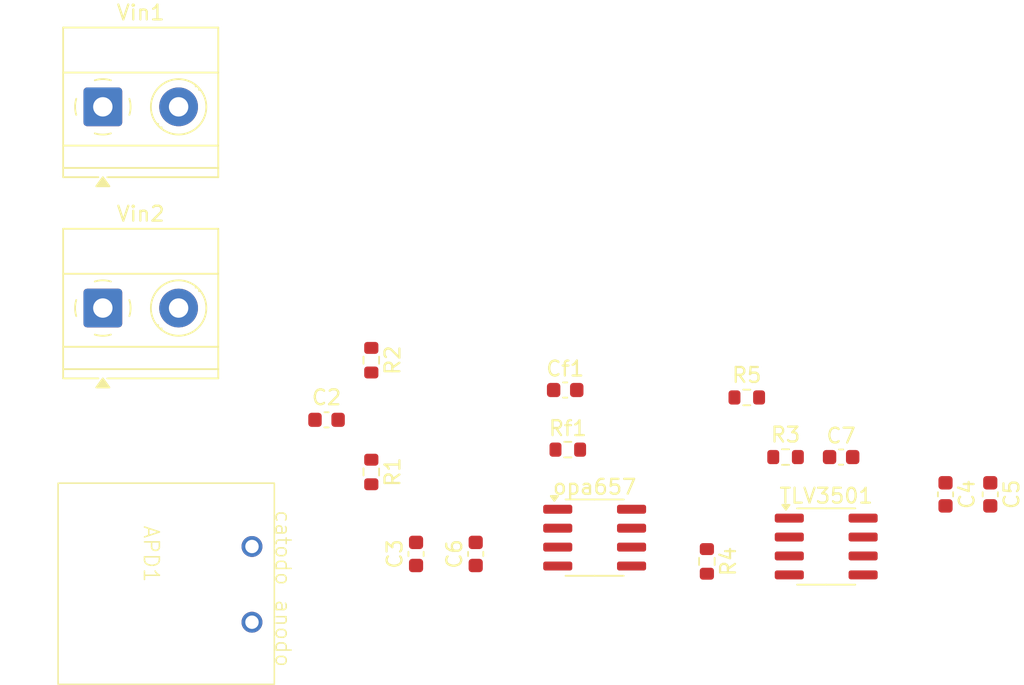
<source format=kicad_pcb>
(kicad_pcb (version 20241229) (generator "pcbnew") (generator_version "9.0")
  (layers (0 "F.Cu" signal) (2 "B.Cu" signal) (13 "F.Paste" user) (15 "B.Paste" user) (5 "F.SilkS" user "F.Silkscreen") (7 "B.SilkS" user "B.Silkscreen") (1 "F.Mask" user) (3 "B.Mask" user) (25 "Edge.Cuts" user))
  (net 0 "")
  (net 1 "GND")
  (net 2 "Net-(C2-Pad2)")
  (net 3 "+5V")
  (net 4 "Net-(C7-Pad1)")
  (net 5 "Vout")
  (net 8 "+400V")
  (net 9 "Net-(TLV3501--)")
  (net 10 "shutdown")
  (net 14 "Net-(TLV3501-+)")
  (net 15 "Net-(APD1-K)")
  (footprint "libreria_1:Terminal_2pines_5.08mm" (layer "F.Cu") (at 107.5 59)
    (property "Reference" "Vin2" (at 2.54 -6.32 0) (layer "F.SilkS"))
    (property "Value" "~")
    (fp_line (start -2.66 -5.32) (end -2.66 4.72) (stroke (width 0.12)) (layer "F.SilkS"))
    (fp_line (start -2.66 -5.32) (end 7.74 -5.32) (stroke (width 0.12)) (layer "F.SilkS"))
    (fp_line (start -2.66 -2.3) (end 7.74 -2.3) (stroke (width 0.12)) (layer "F.SilkS"))
    (fp_line (start -2.66 2.6) (end 7.74 2.6) (stroke (width 0.12)) (layer "F.SilkS"))
    (fp_line (start -2.66 4.1) (end 7.74 4.1) (stroke (width 0.12)) (layer "F.SilkS"))
    (fp_line (start -2.66 4.72) (end -0.3 4.72) (stroke (width 0.12)) (layer "F.SilkS"))
    (fp_line (start 0.3 4.72) (end 7.74 4.72) (stroke (width 0.12)) (layer "F.SilkS"))
    (fp_line (start 3.713 1.14) (end 3.669 1.183) (stroke (width 0.12)) (layer "F.SilkS"))
    (fp_line (start 3.94 1.367) (end 3.896 1.41) (stroke (width 0.12)) (layer "F.SilkS"))
    (fp_line (start 6.264 -1.411) (end 6.22 -1.367) (stroke (width 0.12)) (layer "F.SilkS"))
    (fp_line (start 6.491 -1.184) (end 6.447 -1.14) (stroke (width 0.12)) (layer "F.SilkS"))
    (fp_line (start 7.74 -5.32) (end 7.74 4.72) (stroke (width 0.12)) (layer "F.SilkS"))
    (fp_arc (start -1.78 0.54) (mid -1.860107 0.000355) (end -1.780206 -0.539321) (stroke (width 0.12)) (layer "F.SilkS"))
    (fp_arc (start -0.54 -1.78) (mid -0.000355 -1.860107) (end 0.539321 -1.780206) (stroke (width 0.12)) (layer "F.SilkS"))
    (fp_arc (start 0.54 1.78) (mid 0.000355 1.860107) (end -0.539321 1.780206) (stroke (width 0.12)) (layer "F.SilkS"))
    (fp_arc (start 1.78 -0.54) (mid 1.860107 -0.000355) (end 1.780206 0.539321) (stroke (width 0.12)) (layer "F.SilkS"))
    (fp_circle (center 5.08 0) (end 6.94 0) (stroke (width 0.12)) (fill no) (layer "F.SilkS"))
    (fp_poly (pts (xy 0 4.72) (xy 0.44 5.33) (xy -0.44 5.33) (xy 0 4.72)) (stroke (width 0.12)) (fill yes) (layer "F.SilkS"))
    (pad "1" thru_hole roundrect (at 0 0) (size 2.6 2.6) (drill 1.3) (layers "*.Cu" "*.Mask") (roundrect_rratio 0.096154) (net 1 "GND"))
    (pad "2" thru_hole circle (at 5.08 0) (size 2.6 2.6) (drill 1.3) (layers "*.Cu" "*.Mask") (net 8 "+400V"))
  )
  (footprint "Capacitor_SMD:C_0603_1608Metric" (layer "F.Cu") (at 167 71.5 -90)
    (property "Reference" "C5" (at 0 -1.43 90) (layer "F.SilkS"))
    (property "Value" "100nF")
    (fp_line (start -0.14058 0.51) (end 0.14058 0.51) (stroke (width 0.12)) (layer "F.SilkS"))
    (fp_line (start -0.14058 -0.51) (end 0.14058 -0.51) (stroke (width 0.12)) (layer "F.SilkS"))
    (pad "1" smd roundrect (at -0.775 0 270) (size 0.9 0.95) (layers "F.Cu" "F.Mask" "F.Paste") (net 3 "+5V"))
    (pad "2" smd roundrect (at 0.775 0 270) (size 0.9 0.95) (layers "F.Cu" "F.Mask" "F.Paste") (net 1 "GND"))
  )
  (footprint "Capacitor_SMD:C_0603_1608Metric" (layer "F.Cu") (at 128.5 75.5 90)
    (property "Reference" "C3" (at 0 -1.43 90) (layer "F.SilkS"))
    (property "Value" "10 nF")
    (fp_line (start -0.14058 -0.51) (end 0.14058 -0.51) (stroke (width 0.12)) (layer "F.SilkS"))
    (fp_line (start -0.14058 0.51) (end 0.14058 0.51) (stroke (width 0.12)) (layer "F.SilkS"))
    (pad "1" smd roundrect (at -0.775 0 90) (size 0.9 0.95) (layers "F.Cu" "F.Mask" "F.Paste") (net 1 "GND"))
    (pad "2" smd roundrect (at 0.775 0 90) (size 0.9 0.95) (layers "F.Cu" "F.Mask" "F.Paste") (net 15 "Net-(APD1-K)"))
  )
  (footprint "Capacitor_SMD:C_0603_1608Metric" (layer "F.Cu") (at 157 69)
    (property "Reference" "C7" (at 0 -1.43 0) (layer "F.SilkS"))
    (property "Value" "100nF")
    (fp_line (start -0.14058 -0.51) (end 0.14058 -0.51) (stroke (width 0.12)) (layer "F.SilkS"))
    (fp_line (start -0.14058 0.51) (end 0.14058 0.51) (stroke (width 0.12)) (layer "F.SilkS"))
    (pad "1" smd roundrect (at -0.775 0) (size 0.9 0.95) (layers "F.Cu" "F.Mask" "F.Paste") (net 4 "Net-(C7-Pad1)"))
    (pad "2" smd roundrect (at 0.775 0) (size 0.9 0.95) (layers "F.Cu" "F.Mask" "F.Paste") (net 1 "GND"))
  )
  (footprint "Resistor_SMD:R_0603_1608Metric" (layer "F.Cu") (at 148 76 -90)
    (property "Reference" "R4" (at 0 -1.43 90) (layer "F.SilkS"))
    (property "Value" "50 Ω")
    (fp_line (start -0.237258 0.5225) (end 0.237258 0.5225) (stroke (width 0.12)) (layer "F.SilkS"))
    (fp_line (start -0.237258 -0.5225) (end 0.237258 -0.5225) (stroke (width 0.12)) (layer "F.SilkS"))
    (pad "1" smd roundrect (at -0.825 0 270) (size 0.8 0.95) (layers "F.Cu" "F.Mask" "F.Paste") (net 14 "Net-(TLV3501-+)"))
    (pad "2" smd roundrect (at 0.825 0 270) (size 0.8 0.95) (layers "F.Cu" "F.Mask" "F.Paste") (net 1 "GND"))
  )
  (footprint "Resistor_SMD:R_0603_1608Metric" (layer "F.Cu") (at 138.675 68.5)
    (property "Reference" "Rf1" (at 0 -1.43 0) (layer "F.SilkS"))
    (property "Value" "200 kΩ")
    (fp_line (start -0.237258 -0.5225) (end 0.237258 -0.5225) (stroke (width 0.12)) (layer "F.SilkS"))
    (fp_line (start -0.237258 0.5225) (end 0.237258 0.5225) (stroke (width 0.12)) (layer "F.SilkS"))
    (pad "1" smd roundrect (at -0.825 0) (size 0.8 0.95) (layers "F.Cu" "F.Mask" "F.Paste") (net 15 "Net-(APD1-K)"))
    (pad "2" smd roundrect (at 0.825 0) (size 0.8 0.95) (layers "F.Cu" "F.Mask" "F.Paste") (net 14 "Net-(TLV3501-+)"))
  )
  (footprint "libreria_1:SOIC-8_3.9x4.9mm_P1.27mm" (layer "F.Cu") (at 156 75)
    (property "Reference" "TLV3501" (at 0 -3.4 0) (layer "F.SilkS"))
    (property "Value" "~")
    (fp_line (start 0 -2.56) (end -1.95 -2.56) (stroke (width 0.12)) (layer "F.SilkS"))
    (fp_line (start 0 -2.56) (end 1.95 -2.56) (stroke (width 0.12)) (layer "F.SilkS"))
    (fp_line (start 0 2.56) (end -1.95 2.56) (stroke (width 0.12)) (layer "F.SilkS"))
    (fp_line (start 0 2.56) (end 1.95 2.56) (stroke (width 0.12)) (layer "F.SilkS"))
    (fp_poly (pts (xy -2.7 -2.465) (xy -2.94 -2.795) (xy -2.46 -2.795) (xy -2.7 -2.465)) (stroke (width 0.12)) (fill yes) (layer "F.SilkS"))
    (pad "1" smd roundrect (at -2.475 -1.905) (size 1.95 0.6) (layers "F.Cu" "F.Mask" "F.Paste"))
    (pad "2" smd roundrect (at -2.475 -0.635) (size 1.95 0.6) (layers "F.Cu" "F.Mask" "F.Paste") (net 9 "Net-(TLV3501--)"))
    (pad "3" smd roundrect (at -2.475 0.635) (size 1.95 0.6) (layers "F.Cu" "F.Mask" "F.Paste") (net 14 "Net-(TLV3501-+)"))
    (pad "4" smd roundrect (at -2.475 1.905) (size 1.95 0.6) (layers "F.Cu" "F.Mask" "F.Paste") (net 1 "GND"))
    (pad "5" smd roundrect (at 2.475 1.905) (size 1.95 0.6) (layers "F.Cu" "F.Mask" "F.Paste"))
    (pad "6" smd roundrect (at 2.475 0.635) (size 1.95 0.6) (layers "F.Cu" "F.Mask" "F.Paste") (net 5 "Vout"))
    (pad "7" smd roundrect (at 2.475 -0.635) (size 1.95 0.6) (layers "F.Cu" "F.Mask" "F.Paste") (net 3 "+5V"))
    (pad "8" smd roundrect (at 2.475 -1.905) (size 1.95 0.6) (layers "F.Cu" "F.Mask" "F.Paste") (net 10 "shutdown"))
  )
  (footprint "Capacitor_SMD:C_0603_1608Metric" (layer "F.Cu") (at 164 71.5 -90)
    (property "Reference" "C4" (at 0 -1.43 90) (layer "F.SilkS"))
    (property "Value" "2.2muF")
    (fp_line (start -0.14058 0.51) (end 0.14058 0.51) (stroke (width 0.12)) (layer "F.SilkS"))
    (fp_line (start -0.14058 -0.51) (end 0.14058 -0.51) (stroke (width 0.12)) (layer "F.SilkS"))
    (pad "1" smd roundrect (at -0.775 0 270) (size 0.9 0.95) (layers "F.Cu" "F.Mask" "F.Paste") (net 3 "+5V"))
    (pad "2" smd roundrect (at 0.775 0 270) (size 0.9 0.95) (layers "F.Cu" "F.Mask" "F.Paste") (net 1 "GND"))
  )
  (footprint "Capacitor_SMD:C_0603_1608Metric" (layer "F.Cu") (at 132.5 75.5 90)
    (property "Reference" "C6" (at 0 -1.43 90) (layer "F.SilkS"))
    (property "Value" "100 nF")
    (fp_line (start -0.14058 -0.51) (end 0.14058 -0.51) (stroke (width 0.12)) (layer "F.SilkS"))
    (fp_line (start -0.14058 0.51) (end 0.14058 0.51) (stroke (width 0.12)) (layer "F.SilkS"))
    (pad "1" smd roundrect (at -0.775 0 90) (size 0.9 0.95) (layers "F.Cu" "F.Mask" "F.Paste") (net 1 "GND"))
    (pad "2" smd roundrect (at 0.775 0 90) (size 0.9 0.95) (layers "F.Cu" "F.Mask" "F.Paste") (net 15 "Net-(APD1-K)"))
  )
  (footprint "Capacitor_SMD:C_0603_1608Metric" (layer "F.Cu") (at 138.5 64.5)
    (property "Reference" "Cf1" (at 0 -1.43 0) (layer "F.SilkS"))
    (property "Value" "0.55 pF")
    (fp_line (start -0.14058 -0.51) (end 0.14058 -0.51) (stroke (width 0.12)) (layer "F.SilkS"))
    (fp_line (start -0.14058 0.51) (end 0.14058 0.51) (stroke (width 0.12)) (layer "F.SilkS"))
    (pad "1" smd roundrect (at -0.775 0) (size 0.9 0.95) (layers "F.Cu" "F.Mask" "F.Paste") (net 15 "Net-(APD1-K)"))
    (pad "2" smd roundrect (at 0.775 0) (size 0.9 0.95) (layers "F.Cu" "F.Mask" "F.Paste") (net 14 "Net-(TLV3501-+)"))
  )
  (footprint "libreria_1:opa657" (layer "F.Cu") (at 140.475 74.405)
    (property "Reference" "opa657" (at 0 -3.4 0) (layer "F.SilkS"))
    (property "Value" "~")
    (fp_line (start 0 -2.56) (end -1.95 -2.56) (stroke (width 0.12)) (layer "F.SilkS"))
    (fp_line (start 0 -2.56) (end 1.95 -2.56) (stroke (width 0.12)) (layer "F.SilkS"))
    (fp_line (start 0 2.56) (end -1.95 2.56) (stroke (width 0.12)) (layer "F.SilkS"))
    (fp_line (start 0 2.56) (end 1.95 2.56) (stroke (width 0.12)) (layer "F.SilkS"))
    (fp_poly (pts (xy -2.7 -2.465) (xy -2.94 -2.795) (xy -2.46 -2.795) (xy -2.7 -2.465)) (stroke (width 0.12)) (fill yes) (layer "F.SilkS"))
    (pad "1" smd roundrect (at -2.475 -1.905) (size 1.95 0.6) (layers "F.Cu" "F.Mask" "F.Paste"))
    (pad "2" smd roundrect (at -2.475 -0.635) (size 1.95 0.6) (layers "F.Cu" "F.Mask" "F.Paste") (net 15 "Net-(APD1-K)"))
    (pad "3" smd roundrect (at -2.475 0.635) (size 1.95 0.6) (layers "F.Cu" "F.Mask" "F.Paste") (net 1 "GND"))
    (pad "4" smd roundrect (at -2.475 1.905) (size 1.95 0.6) (layers "F.Cu" "F.Mask" "F.Paste") (net 1 "GND"))
    (pad "5" smd roundrect (at 2.475 1.905) (size 1.95 0.6) (layers "F.Cu" "F.Mask" "F.Paste"))
    (pad "6" smd roundrect (at 2.475 0.635) (size 1.95 0.6) (layers "F.Cu" "F.Mask" "F.Paste") (net 14 "Net-(TLV3501-+)"))
    (pad "7" smd roundrect (at 2.475 -0.635) (size 1.95 0.6) (layers "F.Cu" "F.Mask" "F.Paste") (net 3 "+5V"))
    (pad "8" smd roundrect (at 2.475 -1.905) (size 1.95 0.6) (layers "F.Cu" "F.Mask" "F.Paste"))
  )
  (footprint "libreria_1:APD_S8664-1010" (layer "F.Cu") (at 111.5 75 -90)
    (property "Reference" "APD1" (at 0.5 0.75 270) (layer "F.SilkS") (effects (font (thickness 0.1))))
    (property "Value" "~")
    (fp_rect (start -4.25 -7.5) (end 9.25 7) (stroke (width 0.1)) (fill no) (layer "F.SilkS"))
    (fp_text user "catodo" (at -2.5 -7.5 270) (layer "F.SilkS") (effects (font (thickness 0.1)) (justify left bottom)))
    (fp_text user "anodo " (at 3.5 -7.5 270) (layer "F.SilkS") (effects (font (thickness 0.1)) (justify left bottom)))
    (pad "1" thru_hole circle (at 5.08 -6 270) (size 1.4 1.4) (drill 0.9) (layers "*.Cu" "*.Mask") (net 1 "GND"))
    (pad "2" thru_hole circle (at 0 -6 270) (size 1.4 1.4) (drill 0.9) (layers "*.Cu" "*.Mask") (net 15 "Net-(APD1-K)"))
  )
  (footprint "Resistor_SMD:R_0603_1608Metric" (layer "F.Cu") (at 153.275 69)
    (property "Reference" "R3" (at 0 -1.5 0) (layer "F.SilkS"))
    (property "Value" "1 kΩ")
    (fp_line (start -0.237258 -0.5225) (end 0.237258 -0.5225) (stroke (width 0.12)) (layer "F.SilkS"))
    (fp_line (start -0.237258 0.5225) (end 0.237258 0.5225) (stroke (width 0.12)) (layer "F.SilkS"))
    (pad "1" smd roundrect (at -0.825 0) (size 0.8 0.95) (layers "F.Cu" "F.Mask" "F.Paste") (net 9 "Net-(TLV3501--)"))
    (pad "2" smd roundrect (at 0.825 0) (size 0.8 0.95) (layers "F.Cu" "F.Mask" "F.Paste") (net 4 "Net-(C7-Pad1)"))
  )
  (footprint "Capacitor_SMD:C_0603_1608Metric" (layer "F.Cu") (at 122.5 66.5)
    (property "Reference" "C2" (at 0 -1.5 0) (layer "F.SilkS"))
    (property "Value" "0.1 muF")
    (fp_line (start -0.14058 -0.51) (end 0.14058 -0.51) (stroke (width 0.12)) (layer "F.SilkS"))
    (fp_line (start -0.14058 0.51) (end 0.14058 0.51) (stroke (width 0.12)) (layer "F.SilkS"))
    (pad "1" smd roundrect (at -0.775 0) (size 0.9 0.95) (layers "F.Cu" "F.Mask" "F.Paste") (net 1 "GND"))
    (pad "2" smd roundrect (at 0.775 0) (size 0.9 0.95) (layers "F.Cu" "F.Mask" "F.Paste") (net 2 "Net-(C2-Pad2)"))
  )
  (footprint "Resistor_SMD:R_0603_1608Metric" (layer "F.Cu") (at 150.675 65 180)
    (property "Reference" "R5" (at 0 1.5 0) (layer "F.SilkS"))
    (property "Value" "47 kΩ")
    (fp_line (start -0.237258 0.5225) (end 0.237258 0.5225) (stroke (width 0.12)) (layer "F.SilkS"))
    (fp_line (start -0.237258 -0.5225) (end 0.237258 -0.5225) (stroke (width 0.12)) (layer "F.SilkS"))
    (pad "1" smd roundrect (at -0.825 0 180) (size 0.8 0.95) (layers "F.Cu" "F.Mask" "F.Paste") (net 9 "Net-(TLV3501--)"))
    (pad "2" smd roundrect (at 0.825 0 180) (size 0.8 0.95) (layers "F.Cu" "F.Mask" "F.Paste") (net 3 "+5V"))
  )
  (footprint "libreria_1:Terminal_2pines_5.08mm" (layer "F.Cu") (at 107.5 45.5)
    (property "Reference" "Vin1" (at 2.54 -6.32 0) (layer "F.SilkS"))
    (property "Value" "~")
    (fp_line (start -2.66 -5.32) (end -2.66 4.72) (stroke (width 0.12)) (layer "F.SilkS"))
    (fp_line (start -2.66 -5.32) (end 7.74 -5.32) (stroke (width 0.12)) (layer "F.SilkS"))
    (fp_line (start -2.66 -2.3) (end 7.74 -2.3) (stroke (width 0.12)) (layer "F.SilkS"))
    (fp_line (start -2.66 2.6) (end 7.74 2.6) (stroke (width 0.12)) (layer "F.SilkS"))
    (fp_line (start -2.66 4.1) (end 7.74 4.1) (stroke (width 0.12)) (layer "F.SilkS"))
    (fp_line (start -2.66 4.72) (end -0.3 4.72) (stroke (width 0.12)) (layer "F.SilkS"))
    (fp_line (start 0.3 4.72) (end 7.74 4.72) (stroke (width 0.12)) (layer "F.SilkS"))
    (fp_line (start 3.713 1.14) (end 3.669 1.183) (stroke (width 0.12)) (layer "F.SilkS"))
    (fp_line (start 3.94 1.367) (end 3.896 1.41) (stroke (width 0.12)) (layer "F.SilkS"))
    (fp_line (start 6.264 -1.411) (end 6.22 -1.367) (stroke (width 0.12)) (layer "F.SilkS"))
    (fp_line (start 6.491 -1.184) (end 6.447 -1.14) (stroke (width 0.12)) (layer "F.SilkS"))
    (fp_line (start 7.74 -5.32) (end 7.74 4.72) (stroke (width 0.12)) (layer "F.SilkS"))
    (fp_arc (start -1.78 0.54) (mid -1.860107 0.000355) (end -1.780206 -0.539321) (stroke (width 0.12)) (layer "F.SilkS"))
    (fp_arc (start -0.54 -1.78) (mid -0.000355 -1.860107) (end 0.539321 -1.780206) (stroke (width 0.12)) (layer "F.SilkS"))
    (fp_arc (start 0.54 1.78) (mid 0.000355 1.860107) (end -0.539321 1.780206) (stroke (width 0.12)) (layer "F.SilkS"))
    (fp_arc (start 1.78 -0.54) (mid 1.860107 -0.000355) (end 1.780206 0.539321) (stroke (width 0.12)) (layer "F.SilkS"))
    (fp_circle (center 5.08 0) (end 6.94 0) (stroke (width 0.12)) (fill no) (layer "F.SilkS"))
    (fp_poly (pts (xy 0 4.72) (xy 0.44 5.33) (xy -0.44 5.33) (xy 0 4.72)) (stroke (width 0.12)) (fill yes) (layer "F.SilkS"))
    (pad "1" thru_hole roundrect (at 0 0) (size 2.6 2.6) (drill 1.3) (layers "*.Cu" "*.Mask") (roundrect_rratio 0.096154) (net 1 "GND"))
    (pad "2" thru_hole circle (at 5.08 0) (size 2.6 2.6) (drill 1.3) (layers "*.Cu" "*.Mask") (net 3 "+5V"))
  )
  (footprint "Resistor_SMD:R_0603_1608Metric" (layer "F.Cu") (at 125.5 70 -90)
    (property "Reference" "R1" (at 0 -1.43 90) (layer "F.SilkS"))
    (property "Value" "5 MΩ")
    (fp_line (start -0.237258 0.5225) (end 0.237258 0.5225) (stroke (width 0.12)) (layer "F.SilkS"))
    (fp_line (start -0.237258 -0.5225) (end 0.237258 -0.5225) (stroke (width 0.12)) (layer "F.SilkS"))
    (pad "1" smd roundrect (at -0.825 0 270) (size 0.8 0.95) (layers "F.Cu" "F.Mask" "F.Paste") (net 2 "Net-(C2-Pad2)"))
    (pad "2" smd roundrect (at 0.825 0 270) (size 0.8 0.95) (layers "F.Cu" "F.Mask" "F.Paste") (net 15 "Net-(APD1-K)"))
  )
  (footprint "Resistor_SMD:R_0603_1608Metric" (layer "F.Cu") (at 125.5 62.5 -90)
    (property "Reference" "R2" (at 0 -1.43 90) (layer "F.SilkS"))
    (property "Value" "10 MΩ")
    (fp_line (start -0.237258 0.5225) (end 0.237258 0.5225) (stroke (width 0.12)) (layer "F.SilkS"))
    (fp_line (start -0.237258 -0.5225) (end 0.237258 -0.5225) (stroke (width 0.12)) (layer "F.SilkS"))
    (pad "1" smd roundrect (at -0.825 0 270) (size 0.8 0.95) (layers "F.Cu" "F.Mask" "F.Paste") (net 8 "+400V"))
    (pad "2" smd roundrect (at 0.825 0 270) (size 0.8 0.95) (layers "F.Cu" "F.Mask" "F.Paste") (net 2 "Net-(C2-Pad2)"))
  )
)
</source>
